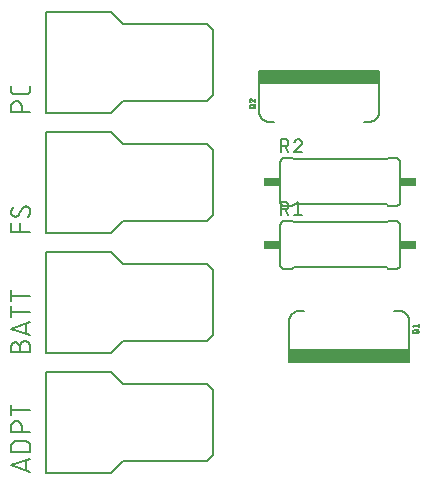
<source format=gbr>
G04 EAGLE Gerber RS-274X export*
G75*
%MOMM*%
%FSLAX34Y34*%
%LPD*%
%INSilkscreen Top*%
%IPPOS*%
%AMOC8*
5,1,8,0,0,1.08239X$1,22.5*%
G01*
%ADD10C,0.127000*%
%ADD11C,0.152400*%
%ADD12C,0.203200*%
%ADD13R,10.160000X1.016000*%
%ADD14R,1.397000X0.762000*%


D10*
X287020Y198120D02*
X342020Y198120D01*
X428020Y213120D02*
X428020Y268120D01*
X287020Y283120D02*
X287020Y198120D01*
X342020Y198120D02*
X352020Y208120D01*
X423020Y208120D01*
X342020Y283120D02*
X287020Y283120D01*
X342020Y283120D02*
X352020Y273120D01*
X423020Y273120D01*
X428020Y268120D01*
X428020Y213120D02*
X423020Y208120D01*
D11*
X273558Y198882D02*
X257302Y204301D01*
X273558Y209719D01*
X269494Y208365D02*
X269494Y200237D01*
X273558Y215937D02*
X257302Y215937D01*
X257302Y220453D01*
X257304Y220584D01*
X257310Y220716D01*
X257319Y220847D01*
X257333Y220977D01*
X257350Y221108D01*
X257371Y221237D01*
X257395Y221366D01*
X257424Y221494D01*
X257456Y221622D01*
X257492Y221748D01*
X257531Y221873D01*
X257574Y221998D01*
X257621Y222120D01*
X257671Y222242D01*
X257725Y222362D01*
X257782Y222480D01*
X257843Y222596D01*
X257907Y222711D01*
X257974Y222824D01*
X258045Y222935D01*
X258119Y223043D01*
X258196Y223150D01*
X258276Y223254D01*
X258359Y223356D01*
X258444Y223455D01*
X258533Y223552D01*
X258625Y223646D01*
X258719Y223738D01*
X258816Y223827D01*
X258915Y223912D01*
X259017Y223995D01*
X259121Y224075D01*
X259228Y224152D01*
X259336Y224226D01*
X259447Y224297D01*
X259560Y224364D01*
X259675Y224428D01*
X259791Y224489D01*
X259909Y224546D01*
X260029Y224600D01*
X260151Y224650D01*
X260273Y224697D01*
X260398Y224740D01*
X260523Y224779D01*
X260649Y224815D01*
X260777Y224847D01*
X260905Y224876D01*
X261034Y224900D01*
X261163Y224921D01*
X261294Y224938D01*
X261424Y224952D01*
X261555Y224961D01*
X261687Y224967D01*
X261818Y224969D01*
X269042Y224969D01*
X269173Y224967D01*
X269305Y224961D01*
X269436Y224952D01*
X269566Y224938D01*
X269697Y224921D01*
X269826Y224900D01*
X269955Y224876D01*
X270083Y224847D01*
X270211Y224815D01*
X270337Y224779D01*
X270462Y224740D01*
X270587Y224697D01*
X270709Y224650D01*
X270831Y224600D01*
X270951Y224546D01*
X271069Y224489D01*
X271185Y224428D01*
X271300Y224364D01*
X271413Y224297D01*
X271524Y224226D01*
X271632Y224152D01*
X271739Y224075D01*
X271843Y223995D01*
X271945Y223912D01*
X272044Y223827D01*
X272141Y223738D01*
X272235Y223646D01*
X272327Y223552D01*
X272416Y223455D01*
X272501Y223356D01*
X272584Y223254D01*
X272664Y223150D01*
X272741Y223043D01*
X272815Y222935D01*
X272886Y222824D01*
X272953Y222711D01*
X273017Y222596D01*
X273078Y222480D01*
X273135Y222362D01*
X273189Y222242D01*
X273239Y222120D01*
X273286Y221998D01*
X273329Y221873D01*
X273368Y221748D01*
X273404Y221622D01*
X273436Y221494D01*
X273465Y221366D01*
X273489Y221237D01*
X273510Y221107D01*
X273527Y220977D01*
X273541Y220847D01*
X273550Y220716D01*
X273556Y220584D01*
X273558Y220453D01*
X273558Y215937D01*
X273558Y232822D02*
X257302Y232822D01*
X257302Y237337D01*
X257304Y237470D01*
X257310Y237602D01*
X257320Y237734D01*
X257333Y237866D01*
X257351Y237998D01*
X257372Y238128D01*
X257397Y238259D01*
X257426Y238388D01*
X257459Y238516D01*
X257495Y238644D01*
X257535Y238770D01*
X257579Y238895D01*
X257627Y239019D01*
X257678Y239141D01*
X257733Y239262D01*
X257791Y239381D01*
X257853Y239499D01*
X257918Y239614D01*
X257987Y239728D01*
X258058Y239839D01*
X258134Y239948D01*
X258212Y240055D01*
X258293Y240160D01*
X258378Y240262D01*
X258465Y240362D01*
X258555Y240459D01*
X258648Y240554D01*
X258744Y240645D01*
X258842Y240734D01*
X258943Y240820D01*
X259047Y240903D01*
X259153Y240983D01*
X259261Y241059D01*
X259371Y241133D01*
X259484Y241203D01*
X259598Y241270D01*
X259715Y241333D01*
X259833Y241393D01*
X259953Y241450D01*
X260075Y241503D01*
X260198Y241552D01*
X260322Y241598D01*
X260448Y241640D01*
X260575Y241678D01*
X260703Y241713D01*
X260832Y241744D01*
X260961Y241771D01*
X261092Y241794D01*
X261223Y241814D01*
X261355Y241829D01*
X261487Y241841D01*
X261619Y241849D01*
X261752Y241853D01*
X261884Y241853D01*
X262017Y241849D01*
X262149Y241841D01*
X262281Y241829D01*
X262413Y241814D01*
X262544Y241794D01*
X262675Y241771D01*
X262804Y241744D01*
X262933Y241713D01*
X263061Y241678D01*
X263188Y241640D01*
X263314Y241598D01*
X263438Y241552D01*
X263561Y241503D01*
X263683Y241450D01*
X263803Y241393D01*
X263921Y241333D01*
X264038Y241270D01*
X264152Y241203D01*
X264265Y241133D01*
X264375Y241059D01*
X264483Y240983D01*
X264589Y240903D01*
X264693Y240820D01*
X264794Y240734D01*
X264892Y240645D01*
X264988Y240554D01*
X265081Y240459D01*
X265171Y240362D01*
X265258Y240262D01*
X265343Y240160D01*
X265424Y240055D01*
X265502Y239948D01*
X265578Y239839D01*
X265649Y239728D01*
X265718Y239614D01*
X265783Y239499D01*
X265845Y239381D01*
X265903Y239262D01*
X265958Y239141D01*
X266009Y239019D01*
X266057Y238895D01*
X266101Y238770D01*
X266141Y238644D01*
X266177Y238516D01*
X266210Y238388D01*
X266239Y238259D01*
X266264Y238128D01*
X266285Y237998D01*
X266303Y237866D01*
X266316Y237734D01*
X266326Y237602D01*
X266332Y237470D01*
X266334Y237337D01*
X266333Y237337D02*
X266333Y232822D01*
X273558Y251194D02*
X257302Y251194D01*
X257302Y246679D02*
X257302Y255710D01*
D10*
X287020Y299720D02*
X342020Y299720D01*
X428020Y314720D02*
X428020Y369720D01*
X287020Y384720D02*
X287020Y299720D01*
X342020Y299720D02*
X352020Y309720D01*
X423020Y309720D01*
X342020Y384720D02*
X287020Y384720D01*
X342020Y384720D02*
X352020Y374720D01*
X423020Y374720D01*
X428020Y369720D01*
X428020Y314720D02*
X423020Y309720D01*
D11*
X264527Y304998D02*
X264527Y300482D01*
X264526Y304998D02*
X264528Y305131D01*
X264534Y305263D01*
X264544Y305395D01*
X264557Y305527D01*
X264575Y305659D01*
X264596Y305789D01*
X264621Y305920D01*
X264650Y306049D01*
X264683Y306177D01*
X264719Y306305D01*
X264759Y306431D01*
X264803Y306556D01*
X264851Y306680D01*
X264902Y306802D01*
X264957Y306923D01*
X265015Y307042D01*
X265077Y307160D01*
X265142Y307275D01*
X265211Y307389D01*
X265282Y307500D01*
X265358Y307609D01*
X265436Y307716D01*
X265517Y307821D01*
X265602Y307923D01*
X265689Y308023D01*
X265779Y308120D01*
X265872Y308215D01*
X265968Y308306D01*
X266066Y308395D01*
X266167Y308481D01*
X266271Y308564D01*
X266377Y308644D01*
X266485Y308720D01*
X266595Y308794D01*
X266708Y308864D01*
X266822Y308931D01*
X266939Y308994D01*
X267057Y309054D01*
X267177Y309111D01*
X267299Y309164D01*
X267422Y309213D01*
X267546Y309259D01*
X267672Y309301D01*
X267799Y309339D01*
X267927Y309374D01*
X268056Y309405D01*
X268185Y309432D01*
X268316Y309455D01*
X268447Y309475D01*
X268579Y309490D01*
X268711Y309502D01*
X268843Y309510D01*
X268976Y309514D01*
X269108Y309514D01*
X269241Y309510D01*
X269373Y309502D01*
X269505Y309490D01*
X269637Y309475D01*
X269768Y309455D01*
X269899Y309432D01*
X270028Y309405D01*
X270157Y309374D01*
X270285Y309339D01*
X270412Y309301D01*
X270538Y309259D01*
X270662Y309213D01*
X270785Y309164D01*
X270907Y309111D01*
X271027Y309054D01*
X271145Y308994D01*
X271262Y308931D01*
X271376Y308864D01*
X271489Y308794D01*
X271599Y308720D01*
X271707Y308644D01*
X271813Y308564D01*
X271917Y308481D01*
X272018Y308395D01*
X272116Y308306D01*
X272212Y308215D01*
X272305Y308120D01*
X272395Y308023D01*
X272482Y307923D01*
X272567Y307821D01*
X272648Y307716D01*
X272726Y307609D01*
X272802Y307500D01*
X272873Y307389D01*
X272942Y307275D01*
X273007Y307160D01*
X273069Y307042D01*
X273127Y306923D01*
X273182Y306802D01*
X273233Y306680D01*
X273281Y306556D01*
X273325Y306431D01*
X273365Y306305D01*
X273401Y306177D01*
X273434Y306049D01*
X273463Y305920D01*
X273488Y305789D01*
X273509Y305659D01*
X273527Y305527D01*
X273540Y305395D01*
X273550Y305263D01*
X273556Y305131D01*
X273558Y304998D01*
X273558Y300482D01*
X257302Y300482D01*
X257302Y304998D01*
X257304Y305117D01*
X257310Y305237D01*
X257320Y305356D01*
X257334Y305474D01*
X257351Y305593D01*
X257373Y305710D01*
X257398Y305827D01*
X257428Y305942D01*
X257461Y306057D01*
X257498Y306171D01*
X257538Y306283D01*
X257583Y306394D01*
X257631Y306503D01*
X257682Y306611D01*
X257737Y306717D01*
X257796Y306821D01*
X257858Y306923D01*
X257923Y307023D01*
X257992Y307121D01*
X258064Y307217D01*
X258139Y307310D01*
X258216Y307400D01*
X258297Y307488D01*
X258381Y307573D01*
X258468Y307655D01*
X258557Y307735D01*
X258649Y307811D01*
X258743Y307885D01*
X258840Y307955D01*
X258938Y308022D01*
X259039Y308086D01*
X259143Y308146D01*
X259248Y308203D01*
X259355Y308256D01*
X259463Y308306D01*
X259573Y308352D01*
X259685Y308394D01*
X259798Y308433D01*
X259912Y308468D01*
X260027Y308499D01*
X260144Y308527D01*
X260261Y308550D01*
X260378Y308570D01*
X260497Y308586D01*
X260616Y308598D01*
X260735Y308606D01*
X260854Y308610D01*
X260974Y308610D01*
X261093Y308606D01*
X261212Y308598D01*
X261331Y308586D01*
X261450Y308570D01*
X261567Y308550D01*
X261684Y308527D01*
X261801Y308499D01*
X261916Y308468D01*
X262030Y308433D01*
X262143Y308394D01*
X262255Y308352D01*
X262365Y308306D01*
X262473Y308256D01*
X262580Y308203D01*
X262685Y308146D01*
X262789Y308086D01*
X262890Y308022D01*
X262988Y307955D01*
X263085Y307885D01*
X263179Y307811D01*
X263271Y307735D01*
X263360Y307655D01*
X263447Y307573D01*
X263531Y307488D01*
X263612Y307400D01*
X263689Y307310D01*
X263764Y307217D01*
X263836Y307121D01*
X263905Y307023D01*
X263970Y306923D01*
X264032Y306821D01*
X264091Y306717D01*
X264146Y306611D01*
X264197Y306503D01*
X264245Y306394D01*
X264290Y306283D01*
X264330Y306171D01*
X264367Y306057D01*
X264400Y305942D01*
X264430Y305827D01*
X264455Y305710D01*
X264477Y305593D01*
X264494Y305474D01*
X264508Y305356D01*
X264518Y305237D01*
X264524Y305117D01*
X264526Y304998D01*
X273558Y314478D02*
X257302Y319897D01*
X273558Y325315D01*
X269494Y323961D02*
X269494Y315833D01*
X273558Y334486D02*
X257302Y334486D01*
X257302Y329970D02*
X257302Y339002D01*
X257302Y348033D02*
X273558Y348033D01*
X257302Y343518D02*
X257302Y352549D01*
D10*
X287020Y401320D02*
X342020Y401320D01*
X428020Y416320D02*
X428020Y471320D01*
X287020Y486320D02*
X287020Y401320D01*
X342020Y401320D02*
X352020Y411320D01*
X423020Y411320D01*
X342020Y486320D02*
X287020Y486320D01*
X342020Y486320D02*
X352020Y476320D01*
X423020Y476320D01*
X428020Y471320D01*
X428020Y416320D02*
X423020Y411320D01*
D11*
X273558Y402082D02*
X257302Y402082D01*
X257302Y409307D01*
X264527Y409307D02*
X264527Y402082D01*
X273558Y419976D02*
X273556Y420094D01*
X273550Y420212D01*
X273541Y420330D01*
X273527Y420447D01*
X273510Y420564D01*
X273489Y420681D01*
X273464Y420796D01*
X273435Y420911D01*
X273402Y421025D01*
X273366Y421137D01*
X273326Y421248D01*
X273283Y421358D01*
X273236Y421467D01*
X273186Y421574D01*
X273131Y421679D01*
X273074Y421782D01*
X273013Y421883D01*
X272949Y421983D01*
X272882Y422080D01*
X272812Y422175D01*
X272738Y422267D01*
X272662Y422358D01*
X272582Y422445D01*
X272500Y422530D01*
X272415Y422612D01*
X272328Y422692D01*
X272237Y422768D01*
X272145Y422842D01*
X272050Y422912D01*
X271953Y422979D01*
X271853Y423043D01*
X271752Y423104D01*
X271649Y423161D01*
X271544Y423216D01*
X271437Y423266D01*
X271328Y423313D01*
X271218Y423356D01*
X271107Y423396D01*
X270995Y423432D01*
X270881Y423465D01*
X270766Y423494D01*
X270651Y423519D01*
X270534Y423540D01*
X270417Y423557D01*
X270300Y423571D01*
X270182Y423580D01*
X270064Y423586D01*
X269946Y423588D01*
X273558Y419976D02*
X273556Y419793D01*
X273549Y419611D01*
X273538Y419429D01*
X273523Y419247D01*
X273503Y419065D01*
X273480Y418884D01*
X273451Y418704D01*
X273419Y418524D01*
X273382Y418345D01*
X273341Y418168D01*
X273295Y417991D01*
X273246Y417815D01*
X273192Y417641D01*
X273134Y417467D01*
X273072Y417296D01*
X273006Y417126D01*
X272935Y416957D01*
X272861Y416790D01*
X272783Y416625D01*
X272701Y416462D01*
X272615Y416301D01*
X272525Y416142D01*
X272431Y415985D01*
X272334Y415831D01*
X272233Y415679D01*
X272128Y415529D01*
X272020Y415382D01*
X271909Y415238D01*
X271794Y415096D01*
X271675Y414957D01*
X271553Y414821D01*
X271428Y414688D01*
X271300Y414558D01*
X260914Y415009D02*
X260796Y415011D01*
X260678Y415017D01*
X260560Y415026D01*
X260443Y415040D01*
X260326Y415057D01*
X260209Y415078D01*
X260094Y415103D01*
X259979Y415132D01*
X259865Y415165D01*
X259753Y415201D01*
X259642Y415241D01*
X259532Y415284D01*
X259423Y415331D01*
X259316Y415381D01*
X259211Y415436D01*
X259108Y415493D01*
X259007Y415554D01*
X258907Y415618D01*
X258810Y415685D01*
X258715Y415755D01*
X258623Y415829D01*
X258532Y415905D01*
X258445Y415985D01*
X258360Y416067D01*
X258278Y416152D01*
X258198Y416239D01*
X258122Y416330D01*
X258048Y416422D01*
X257978Y416517D01*
X257911Y416614D01*
X257847Y416714D01*
X257786Y416815D01*
X257729Y416918D01*
X257674Y417023D01*
X257624Y417130D01*
X257577Y417239D01*
X257534Y417349D01*
X257494Y417460D01*
X257458Y417572D01*
X257425Y417686D01*
X257396Y417801D01*
X257371Y417916D01*
X257350Y418033D01*
X257333Y418150D01*
X257319Y418267D01*
X257310Y418385D01*
X257304Y418503D01*
X257302Y418621D01*
X257304Y418782D01*
X257310Y418944D01*
X257319Y419105D01*
X257333Y419266D01*
X257350Y419426D01*
X257371Y419586D01*
X257396Y419746D01*
X257425Y419905D01*
X257457Y420063D01*
X257493Y420220D01*
X257533Y420376D01*
X257577Y420532D01*
X257625Y420686D01*
X257676Y420839D01*
X257730Y420991D01*
X257789Y421142D01*
X257850Y421291D01*
X257916Y421438D01*
X257985Y421584D01*
X258057Y421729D01*
X258133Y421871D01*
X258212Y422012D01*
X258294Y422151D01*
X258380Y422287D01*
X258469Y422422D01*
X258561Y422555D01*
X258657Y422685D01*
X264075Y416815D02*
X264013Y416714D01*
X263948Y416614D01*
X263879Y416517D01*
X263807Y416422D01*
X263733Y416329D01*
X263655Y416239D01*
X263574Y416151D01*
X263491Y416066D01*
X263405Y415984D01*
X263316Y415905D01*
X263225Y415828D01*
X263131Y415755D01*
X263035Y415684D01*
X262937Y415617D01*
X262837Y415553D01*
X262734Y415492D01*
X262630Y415435D01*
X262524Y415381D01*
X262416Y415331D01*
X262307Y415284D01*
X262196Y415240D01*
X262084Y415200D01*
X261970Y415164D01*
X261856Y415132D01*
X261740Y415103D01*
X261624Y415078D01*
X261507Y415057D01*
X261389Y415040D01*
X261271Y415026D01*
X261152Y415017D01*
X261033Y415011D01*
X260914Y415009D01*
X266785Y421782D02*
X266847Y421883D01*
X266912Y421983D01*
X266981Y422080D01*
X267053Y422175D01*
X267127Y422268D01*
X267205Y422358D01*
X267286Y422446D01*
X267369Y422531D01*
X267455Y422613D01*
X267544Y422692D01*
X267635Y422769D01*
X267729Y422842D01*
X267825Y422913D01*
X267923Y422980D01*
X268023Y423044D01*
X268126Y423105D01*
X268230Y423162D01*
X268336Y423216D01*
X268444Y423266D01*
X268553Y423313D01*
X268664Y423357D01*
X268776Y423397D01*
X268890Y423433D01*
X269004Y423465D01*
X269120Y423494D01*
X269236Y423519D01*
X269353Y423540D01*
X269471Y423557D01*
X269589Y423571D01*
X269708Y423580D01*
X269827Y423586D01*
X269946Y423588D01*
X266785Y421782D02*
X264075Y416815D01*
D10*
X287020Y502920D02*
X342020Y502920D01*
X428020Y517920D02*
X428020Y572920D01*
X287020Y587920D02*
X287020Y502920D01*
X342020Y502920D02*
X352020Y512920D01*
X423020Y512920D01*
X342020Y587920D02*
X287020Y587920D01*
X342020Y587920D02*
X352020Y577920D01*
X423020Y577920D01*
X428020Y572920D01*
X428020Y517920D02*
X423020Y512920D01*
D11*
X273558Y503682D02*
X257302Y503682D01*
X257302Y508198D01*
X257304Y508331D01*
X257310Y508463D01*
X257320Y508595D01*
X257333Y508727D01*
X257351Y508859D01*
X257372Y508989D01*
X257397Y509120D01*
X257426Y509249D01*
X257459Y509377D01*
X257495Y509505D01*
X257535Y509631D01*
X257579Y509756D01*
X257627Y509880D01*
X257678Y510002D01*
X257733Y510123D01*
X257791Y510242D01*
X257853Y510360D01*
X257918Y510475D01*
X257987Y510589D01*
X258058Y510700D01*
X258134Y510809D01*
X258212Y510916D01*
X258293Y511021D01*
X258378Y511123D01*
X258465Y511223D01*
X258555Y511320D01*
X258648Y511415D01*
X258744Y511506D01*
X258842Y511595D01*
X258943Y511681D01*
X259047Y511764D01*
X259153Y511844D01*
X259261Y511920D01*
X259371Y511994D01*
X259484Y512064D01*
X259598Y512131D01*
X259715Y512194D01*
X259833Y512254D01*
X259953Y512311D01*
X260075Y512364D01*
X260198Y512413D01*
X260322Y512459D01*
X260448Y512501D01*
X260575Y512539D01*
X260703Y512574D01*
X260832Y512605D01*
X260961Y512632D01*
X261092Y512655D01*
X261223Y512675D01*
X261355Y512690D01*
X261487Y512702D01*
X261619Y512710D01*
X261752Y512714D01*
X261884Y512714D01*
X262017Y512710D01*
X262149Y512702D01*
X262281Y512690D01*
X262413Y512675D01*
X262544Y512655D01*
X262675Y512632D01*
X262804Y512605D01*
X262933Y512574D01*
X263061Y512539D01*
X263188Y512501D01*
X263314Y512459D01*
X263438Y512413D01*
X263561Y512364D01*
X263683Y512311D01*
X263803Y512254D01*
X263921Y512194D01*
X264038Y512131D01*
X264152Y512064D01*
X264265Y511994D01*
X264375Y511920D01*
X264483Y511844D01*
X264589Y511764D01*
X264693Y511681D01*
X264794Y511595D01*
X264892Y511506D01*
X264988Y511415D01*
X265081Y511320D01*
X265171Y511223D01*
X265258Y511123D01*
X265343Y511021D01*
X265424Y510916D01*
X265502Y510809D01*
X265578Y510700D01*
X265649Y510589D01*
X265718Y510475D01*
X265783Y510360D01*
X265845Y510242D01*
X265903Y510123D01*
X265958Y510002D01*
X266009Y509880D01*
X266057Y509756D01*
X266101Y509631D01*
X266141Y509505D01*
X266177Y509377D01*
X266210Y509249D01*
X266239Y509120D01*
X266264Y508989D01*
X266285Y508859D01*
X266303Y508727D01*
X266316Y508595D01*
X266326Y508463D01*
X266332Y508331D01*
X266334Y508198D01*
X266333Y508198D02*
X266333Y503682D01*
X273558Y522154D02*
X273558Y525767D01*
X273558Y522154D02*
X273556Y522036D01*
X273550Y521918D01*
X273541Y521800D01*
X273527Y521683D01*
X273510Y521566D01*
X273489Y521449D01*
X273464Y521334D01*
X273435Y521219D01*
X273402Y521105D01*
X273366Y520993D01*
X273326Y520882D01*
X273283Y520772D01*
X273236Y520663D01*
X273186Y520556D01*
X273131Y520451D01*
X273074Y520348D01*
X273013Y520247D01*
X272949Y520147D01*
X272882Y520050D01*
X272812Y519955D01*
X272738Y519863D01*
X272662Y519772D01*
X272582Y519685D01*
X272500Y519600D01*
X272415Y519518D01*
X272328Y519438D01*
X272237Y519362D01*
X272145Y519288D01*
X272050Y519218D01*
X271953Y519151D01*
X271853Y519087D01*
X271752Y519026D01*
X271649Y518969D01*
X271544Y518914D01*
X271437Y518864D01*
X271328Y518817D01*
X271218Y518774D01*
X271107Y518734D01*
X270995Y518698D01*
X270881Y518665D01*
X270766Y518636D01*
X270651Y518611D01*
X270534Y518590D01*
X270417Y518573D01*
X270300Y518559D01*
X270182Y518550D01*
X270064Y518544D01*
X269946Y518542D01*
X260914Y518542D01*
X260914Y518541D02*
X260796Y518543D01*
X260678Y518549D01*
X260560Y518558D01*
X260442Y518572D01*
X260325Y518589D01*
X260209Y518610D01*
X260094Y518635D01*
X259979Y518664D01*
X259865Y518697D01*
X259753Y518733D01*
X259641Y518773D01*
X259531Y518816D01*
X259423Y518863D01*
X259316Y518914D01*
X259211Y518968D01*
X259108Y519025D01*
X259006Y519086D01*
X258907Y519150D01*
X258810Y519217D01*
X258715Y519288D01*
X258622Y519361D01*
X258532Y519438D01*
X258444Y519517D01*
X258359Y519599D01*
X258277Y519684D01*
X258198Y519772D01*
X258121Y519862D01*
X258048Y519955D01*
X257977Y520049D01*
X257910Y520147D01*
X257846Y520246D01*
X257785Y520347D01*
X257728Y520451D01*
X257674Y520556D01*
X257623Y520663D01*
X257576Y520771D01*
X257533Y520881D01*
X257493Y520993D01*
X257457Y521105D01*
X257424Y521219D01*
X257395Y521334D01*
X257370Y521449D01*
X257349Y521565D01*
X257332Y521682D01*
X257318Y521800D01*
X257309Y521918D01*
X257303Y522036D01*
X257301Y522154D01*
X257302Y522154D02*
X257302Y525767D01*
D12*
X594360Y326390D02*
X594360Y302260D01*
X492760Y302260D02*
X492760Y326390D01*
X492760Y302260D02*
X594360Y302260D01*
X594360Y292100D01*
X492760Y292100D01*
X492760Y302260D01*
X585470Y335280D02*
X585683Y335283D01*
X585896Y335280D01*
X586109Y335272D01*
X586322Y335259D01*
X586534Y335241D01*
X586745Y335218D01*
X586957Y335189D01*
X587167Y335155D01*
X587376Y335116D01*
X587585Y335072D01*
X587792Y335023D01*
X587998Y334968D01*
X588203Y334909D01*
X588406Y334845D01*
X588607Y334775D01*
X588807Y334701D01*
X589005Y334622D01*
X589200Y334538D01*
X589394Y334449D01*
X589585Y334356D01*
X589775Y334258D01*
X589961Y334155D01*
X590145Y334048D01*
X590327Y333936D01*
X590505Y333820D01*
X590681Y333699D01*
X590853Y333575D01*
X591023Y333446D01*
X591189Y333312D01*
X591352Y333175D01*
X591512Y333034D01*
X591668Y332889D01*
X591820Y332740D01*
X591969Y332588D01*
X592114Y332432D01*
X592255Y332272D01*
X592392Y332109D01*
X592526Y331943D01*
X592655Y331773D01*
X592779Y331601D01*
X592900Y331425D01*
X593016Y331247D01*
X593128Y331065D01*
X593235Y330881D01*
X593338Y330695D01*
X593436Y330505D01*
X593529Y330314D01*
X593618Y330120D01*
X593702Y329925D01*
X593781Y329727D01*
X593855Y329527D01*
X593925Y329326D01*
X593989Y329123D01*
X594048Y328918D01*
X594103Y328712D01*
X594152Y328505D01*
X594196Y328296D01*
X594235Y328087D01*
X594269Y327877D01*
X594298Y327665D01*
X594321Y327454D01*
X594339Y327242D01*
X594352Y327029D01*
X594360Y326816D01*
X594363Y326603D01*
X594360Y326390D01*
X501650Y335280D02*
X501437Y335283D01*
X501224Y335280D01*
X501011Y335272D01*
X500798Y335259D01*
X500586Y335241D01*
X500375Y335218D01*
X500163Y335189D01*
X499953Y335155D01*
X499744Y335116D01*
X499535Y335072D01*
X499328Y335023D01*
X499122Y334968D01*
X498917Y334909D01*
X498714Y334845D01*
X498513Y334775D01*
X498313Y334701D01*
X498115Y334622D01*
X497920Y334538D01*
X497726Y334449D01*
X497535Y334356D01*
X497345Y334258D01*
X497159Y334155D01*
X496975Y334048D01*
X496793Y333936D01*
X496615Y333820D01*
X496439Y333699D01*
X496267Y333575D01*
X496097Y333446D01*
X495931Y333312D01*
X495768Y333175D01*
X495608Y333034D01*
X495452Y332889D01*
X495300Y332740D01*
X495151Y332588D01*
X495006Y332432D01*
X494865Y332272D01*
X494728Y332109D01*
X494594Y331943D01*
X494465Y331773D01*
X494341Y331601D01*
X494220Y331425D01*
X494104Y331247D01*
X493992Y331065D01*
X493885Y330881D01*
X493782Y330695D01*
X493684Y330505D01*
X493591Y330314D01*
X493502Y330120D01*
X493418Y329925D01*
X493339Y329727D01*
X493265Y329527D01*
X493195Y329326D01*
X493131Y329123D01*
X493072Y328918D01*
X493017Y328712D01*
X492968Y328505D01*
X492924Y328296D01*
X492885Y328087D01*
X492851Y327877D01*
X492822Y327665D01*
X492799Y327454D01*
X492781Y327242D01*
X492768Y327029D01*
X492760Y326816D01*
X492757Y326603D01*
X492760Y326390D01*
X581660Y335280D02*
X585470Y335280D01*
X505460Y335280D02*
X501650Y335280D01*
D13*
X543560Y297180D03*
D10*
X598876Y316153D02*
X601020Y316153D01*
X598876Y316153D02*
X598805Y316155D01*
X598733Y316161D01*
X598663Y316170D01*
X598593Y316183D01*
X598523Y316200D01*
X598455Y316221D01*
X598388Y316245D01*
X598322Y316273D01*
X598258Y316304D01*
X598195Y316339D01*
X598135Y316377D01*
X598076Y316418D01*
X598020Y316462D01*
X597966Y316509D01*
X597915Y316558D01*
X597867Y316611D01*
X597821Y316666D01*
X597779Y316723D01*
X597739Y316783D01*
X597703Y316844D01*
X597670Y316908D01*
X597641Y316973D01*
X597615Y317039D01*
X597592Y317107D01*
X597573Y317176D01*
X597558Y317246D01*
X597547Y317316D01*
X597539Y317387D01*
X597535Y317458D01*
X597535Y317530D01*
X597539Y317601D01*
X597547Y317672D01*
X597558Y317742D01*
X597573Y317812D01*
X597592Y317881D01*
X597615Y317949D01*
X597641Y318015D01*
X597670Y318080D01*
X597703Y318144D01*
X597739Y318205D01*
X597779Y318265D01*
X597821Y318322D01*
X597867Y318377D01*
X597915Y318430D01*
X597966Y318479D01*
X598020Y318526D01*
X598076Y318570D01*
X598135Y318611D01*
X598195Y318649D01*
X598258Y318684D01*
X598322Y318715D01*
X598388Y318743D01*
X598455Y318767D01*
X598523Y318788D01*
X598593Y318805D01*
X598663Y318818D01*
X598733Y318827D01*
X598805Y318833D01*
X598876Y318835D01*
X598876Y318834D02*
X601020Y318834D01*
X601020Y318835D02*
X601091Y318833D01*
X601163Y318827D01*
X601233Y318818D01*
X601303Y318805D01*
X601373Y318788D01*
X601441Y318767D01*
X601508Y318743D01*
X601574Y318715D01*
X601638Y318684D01*
X601701Y318649D01*
X601761Y318611D01*
X601820Y318570D01*
X601876Y318526D01*
X601930Y318479D01*
X601981Y318430D01*
X602029Y318377D01*
X602075Y318322D01*
X602117Y318265D01*
X602157Y318205D01*
X602193Y318144D01*
X602226Y318080D01*
X602255Y318015D01*
X602281Y317949D01*
X602304Y317881D01*
X602323Y317812D01*
X602338Y317742D01*
X602349Y317672D01*
X602357Y317601D01*
X602361Y317530D01*
X602361Y317458D01*
X602357Y317387D01*
X602349Y317316D01*
X602338Y317246D01*
X602323Y317176D01*
X602304Y317107D01*
X602281Y317039D01*
X602255Y316973D01*
X602226Y316908D01*
X602193Y316844D01*
X602157Y316783D01*
X602117Y316723D01*
X602075Y316666D01*
X602029Y316611D01*
X601981Y316558D01*
X601930Y316509D01*
X601876Y316462D01*
X601820Y316418D01*
X601761Y316377D01*
X601701Y316339D01*
X601638Y316304D01*
X601574Y316273D01*
X601508Y316245D01*
X601441Y316221D01*
X601373Y316200D01*
X601303Y316183D01*
X601233Y316170D01*
X601163Y316161D01*
X601091Y316155D01*
X601020Y316153D01*
X601289Y318298D02*
X602361Y319371D01*
X598607Y321246D02*
X597535Y322586D01*
X602361Y322586D01*
X602361Y321246D02*
X602361Y323927D01*
D12*
X467360Y504190D02*
X467360Y528320D01*
X568960Y528320D02*
X568960Y504190D01*
X568960Y528320D02*
X467360Y528320D01*
X467360Y538480D01*
X568960Y538480D01*
X568960Y528320D01*
X476250Y495300D02*
X476037Y495297D01*
X475824Y495300D01*
X475611Y495308D01*
X475398Y495321D01*
X475186Y495339D01*
X474975Y495362D01*
X474763Y495391D01*
X474553Y495425D01*
X474344Y495464D01*
X474135Y495508D01*
X473928Y495557D01*
X473722Y495612D01*
X473517Y495671D01*
X473314Y495735D01*
X473113Y495805D01*
X472913Y495879D01*
X472715Y495958D01*
X472520Y496042D01*
X472326Y496131D01*
X472135Y496224D01*
X471945Y496322D01*
X471759Y496425D01*
X471575Y496532D01*
X471393Y496644D01*
X471215Y496760D01*
X471039Y496881D01*
X470867Y497005D01*
X470697Y497134D01*
X470531Y497268D01*
X470368Y497405D01*
X470208Y497546D01*
X470052Y497691D01*
X469900Y497840D01*
X469751Y497992D01*
X469606Y498148D01*
X469465Y498308D01*
X469328Y498471D01*
X469194Y498637D01*
X469065Y498807D01*
X468941Y498979D01*
X468820Y499155D01*
X468704Y499333D01*
X468592Y499515D01*
X468485Y499699D01*
X468382Y499885D01*
X468284Y500075D01*
X468191Y500266D01*
X468102Y500460D01*
X468018Y500655D01*
X467939Y500853D01*
X467865Y501053D01*
X467795Y501254D01*
X467731Y501457D01*
X467672Y501662D01*
X467617Y501868D01*
X467568Y502075D01*
X467524Y502284D01*
X467485Y502493D01*
X467451Y502703D01*
X467422Y502915D01*
X467399Y503126D01*
X467381Y503338D01*
X467368Y503551D01*
X467360Y503764D01*
X467357Y503977D01*
X467360Y504190D01*
X560070Y495300D02*
X560283Y495297D01*
X560496Y495300D01*
X560709Y495308D01*
X560922Y495321D01*
X561134Y495339D01*
X561345Y495362D01*
X561557Y495391D01*
X561767Y495425D01*
X561976Y495464D01*
X562185Y495508D01*
X562392Y495557D01*
X562598Y495612D01*
X562803Y495671D01*
X563006Y495735D01*
X563207Y495805D01*
X563407Y495879D01*
X563605Y495958D01*
X563800Y496042D01*
X563994Y496131D01*
X564185Y496224D01*
X564375Y496322D01*
X564561Y496425D01*
X564745Y496532D01*
X564927Y496644D01*
X565105Y496760D01*
X565281Y496881D01*
X565453Y497005D01*
X565623Y497134D01*
X565789Y497268D01*
X565952Y497405D01*
X566112Y497546D01*
X566268Y497691D01*
X566420Y497840D01*
X566569Y497992D01*
X566714Y498148D01*
X566855Y498308D01*
X566992Y498471D01*
X567126Y498637D01*
X567255Y498807D01*
X567379Y498979D01*
X567500Y499155D01*
X567616Y499333D01*
X567728Y499515D01*
X567835Y499699D01*
X567938Y499885D01*
X568036Y500075D01*
X568129Y500266D01*
X568218Y500460D01*
X568302Y500655D01*
X568381Y500853D01*
X568455Y501053D01*
X568525Y501254D01*
X568589Y501457D01*
X568648Y501662D01*
X568703Y501868D01*
X568752Y502075D01*
X568796Y502284D01*
X568835Y502493D01*
X568869Y502703D01*
X568898Y502915D01*
X568921Y503126D01*
X568939Y503338D01*
X568952Y503551D01*
X568960Y503764D01*
X568963Y503977D01*
X568960Y504190D01*
X480060Y495300D02*
X476250Y495300D01*
X556260Y495300D02*
X560070Y495300D01*
D13*
X518160Y533400D03*
D10*
X462844Y506653D02*
X460700Y506653D01*
X460629Y506655D01*
X460557Y506661D01*
X460487Y506670D01*
X460417Y506683D01*
X460347Y506700D01*
X460279Y506721D01*
X460212Y506745D01*
X460146Y506773D01*
X460082Y506804D01*
X460019Y506839D01*
X459959Y506877D01*
X459900Y506918D01*
X459844Y506962D01*
X459790Y507009D01*
X459739Y507058D01*
X459691Y507111D01*
X459645Y507166D01*
X459603Y507223D01*
X459563Y507283D01*
X459527Y507344D01*
X459494Y507408D01*
X459465Y507473D01*
X459439Y507539D01*
X459416Y507607D01*
X459397Y507676D01*
X459382Y507746D01*
X459371Y507816D01*
X459363Y507887D01*
X459359Y507958D01*
X459359Y508030D01*
X459363Y508101D01*
X459371Y508172D01*
X459382Y508242D01*
X459397Y508312D01*
X459416Y508381D01*
X459439Y508449D01*
X459465Y508515D01*
X459494Y508580D01*
X459527Y508644D01*
X459563Y508705D01*
X459603Y508765D01*
X459645Y508822D01*
X459691Y508877D01*
X459739Y508930D01*
X459790Y508979D01*
X459844Y509026D01*
X459900Y509070D01*
X459959Y509111D01*
X460019Y509149D01*
X460082Y509184D01*
X460146Y509215D01*
X460212Y509243D01*
X460279Y509267D01*
X460347Y509288D01*
X460417Y509305D01*
X460487Y509318D01*
X460557Y509327D01*
X460629Y509333D01*
X460700Y509335D01*
X460700Y509334D02*
X462844Y509334D01*
X462844Y509335D02*
X462915Y509333D01*
X462987Y509327D01*
X463057Y509318D01*
X463127Y509305D01*
X463197Y509288D01*
X463265Y509267D01*
X463332Y509243D01*
X463398Y509215D01*
X463462Y509184D01*
X463525Y509149D01*
X463585Y509111D01*
X463644Y509070D01*
X463700Y509026D01*
X463754Y508979D01*
X463805Y508930D01*
X463853Y508877D01*
X463899Y508822D01*
X463941Y508765D01*
X463981Y508705D01*
X464017Y508644D01*
X464050Y508580D01*
X464079Y508515D01*
X464105Y508449D01*
X464128Y508381D01*
X464147Y508312D01*
X464162Y508242D01*
X464173Y508172D01*
X464181Y508101D01*
X464185Y508030D01*
X464185Y507958D01*
X464181Y507887D01*
X464173Y507816D01*
X464162Y507746D01*
X464147Y507676D01*
X464128Y507607D01*
X464105Y507539D01*
X464079Y507473D01*
X464050Y507408D01*
X464017Y507344D01*
X463981Y507283D01*
X463941Y507223D01*
X463899Y507166D01*
X463853Y507111D01*
X463805Y507058D01*
X463754Y507009D01*
X463700Y506962D01*
X463644Y506918D01*
X463585Y506877D01*
X463525Y506839D01*
X463462Y506804D01*
X463398Y506773D01*
X463332Y506745D01*
X463265Y506721D01*
X463197Y506700D01*
X463127Y506683D01*
X463057Y506670D01*
X462987Y506661D01*
X462915Y506655D01*
X462844Y506653D01*
X463113Y508798D02*
X464185Y509871D01*
X460566Y514427D02*
X460498Y514425D01*
X460431Y514419D01*
X460364Y514410D01*
X460297Y514397D01*
X460232Y514380D01*
X460167Y514359D01*
X460104Y514335D01*
X460042Y514307D01*
X459982Y514276D01*
X459924Y514242D01*
X459868Y514204D01*
X459813Y514164D01*
X459762Y514120D01*
X459713Y514073D01*
X459666Y514024D01*
X459622Y513973D01*
X459582Y513918D01*
X459544Y513862D01*
X459510Y513804D01*
X459479Y513744D01*
X459451Y513682D01*
X459427Y513619D01*
X459406Y513554D01*
X459389Y513489D01*
X459376Y513422D01*
X459367Y513355D01*
X459361Y513288D01*
X459359Y513220D01*
X459361Y513142D01*
X459367Y513064D01*
X459377Y512987D01*
X459390Y512910D01*
X459408Y512834D01*
X459429Y512759D01*
X459454Y512685D01*
X459483Y512613D01*
X459515Y512542D01*
X459551Y512473D01*
X459590Y512405D01*
X459633Y512340D01*
X459679Y512277D01*
X459728Y512216D01*
X459780Y512158D01*
X459835Y512103D01*
X459892Y512050D01*
X459952Y512001D01*
X460015Y511954D01*
X460080Y511911D01*
X460146Y511871D01*
X460215Y511834D01*
X460286Y511801D01*
X460358Y511771D01*
X460432Y511745D01*
X461504Y514025D02*
X461455Y514074D01*
X461403Y514121D01*
X461348Y514164D01*
X461291Y514205D01*
X461232Y514243D01*
X461171Y514277D01*
X461108Y514308D01*
X461044Y514336D01*
X460978Y514360D01*
X460912Y514380D01*
X460844Y514397D01*
X460775Y514410D01*
X460706Y514419D01*
X460636Y514425D01*
X460566Y514427D01*
X461504Y514025D02*
X464185Y511746D01*
X464185Y514427D01*
D11*
X586740Y407670D02*
X586740Y374650D01*
X586740Y407670D02*
X586738Y407792D01*
X586732Y407914D01*
X586722Y408036D01*
X586709Y408157D01*
X586691Y408278D01*
X586670Y408398D01*
X586644Y408518D01*
X586615Y408636D01*
X586583Y408754D01*
X586546Y408871D01*
X586506Y408986D01*
X586462Y409100D01*
X586414Y409212D01*
X586363Y409323D01*
X586308Y409432D01*
X586250Y409540D01*
X586188Y409645D01*
X586123Y409748D01*
X586055Y409850D01*
X585983Y409949D01*
X585909Y410045D01*
X585831Y410140D01*
X585750Y410231D01*
X585667Y410321D01*
X585581Y410407D01*
X585491Y410490D01*
X585400Y410571D01*
X585305Y410649D01*
X585209Y410723D01*
X585110Y410795D01*
X585008Y410863D01*
X584905Y410928D01*
X584800Y410990D01*
X584692Y411048D01*
X584583Y411103D01*
X584472Y411154D01*
X584360Y411202D01*
X584246Y411246D01*
X584131Y411286D01*
X584014Y411323D01*
X583896Y411355D01*
X583778Y411384D01*
X583658Y411410D01*
X583538Y411431D01*
X583417Y411449D01*
X583296Y411462D01*
X583174Y411472D01*
X583052Y411478D01*
X582930Y411480D01*
X488950Y370840D02*
X488828Y370842D01*
X488706Y370848D01*
X488584Y370858D01*
X488463Y370871D01*
X488342Y370889D01*
X488222Y370910D01*
X488102Y370936D01*
X487984Y370965D01*
X487866Y370997D01*
X487749Y371034D01*
X487634Y371074D01*
X487520Y371118D01*
X487408Y371166D01*
X487297Y371217D01*
X487188Y371272D01*
X487080Y371330D01*
X486975Y371392D01*
X486872Y371457D01*
X486770Y371525D01*
X486671Y371597D01*
X486575Y371671D01*
X486480Y371749D01*
X486389Y371830D01*
X486299Y371913D01*
X486213Y371999D01*
X486130Y372089D01*
X486049Y372180D01*
X485971Y372275D01*
X485897Y372371D01*
X485825Y372470D01*
X485757Y372572D01*
X485692Y372675D01*
X485630Y372780D01*
X485572Y372888D01*
X485517Y372997D01*
X485466Y373108D01*
X485418Y373220D01*
X485374Y373334D01*
X485334Y373449D01*
X485297Y373566D01*
X485265Y373684D01*
X485236Y373802D01*
X485210Y373922D01*
X485189Y374042D01*
X485171Y374163D01*
X485158Y374284D01*
X485148Y374406D01*
X485142Y374528D01*
X485140Y374650D01*
X582930Y370840D02*
X583052Y370842D01*
X583174Y370848D01*
X583296Y370858D01*
X583417Y370871D01*
X583538Y370889D01*
X583658Y370910D01*
X583778Y370936D01*
X583896Y370965D01*
X584014Y370997D01*
X584131Y371034D01*
X584246Y371074D01*
X584360Y371118D01*
X584472Y371166D01*
X584583Y371217D01*
X584692Y371272D01*
X584800Y371330D01*
X584905Y371392D01*
X585008Y371457D01*
X585110Y371525D01*
X585209Y371597D01*
X585305Y371671D01*
X585400Y371749D01*
X585491Y371830D01*
X585581Y371913D01*
X585667Y371999D01*
X585750Y372089D01*
X585831Y372180D01*
X585909Y372275D01*
X585983Y372371D01*
X586055Y372470D01*
X586123Y372572D01*
X586188Y372675D01*
X586250Y372780D01*
X586308Y372888D01*
X586363Y372997D01*
X586414Y373108D01*
X586462Y373220D01*
X586506Y373334D01*
X586546Y373449D01*
X586583Y373566D01*
X586615Y373684D01*
X586644Y373802D01*
X586670Y373922D01*
X586691Y374042D01*
X586709Y374163D01*
X586722Y374284D01*
X586732Y374406D01*
X586738Y374528D01*
X586740Y374650D01*
X488950Y411480D02*
X488828Y411478D01*
X488706Y411472D01*
X488584Y411462D01*
X488463Y411449D01*
X488342Y411431D01*
X488222Y411410D01*
X488102Y411384D01*
X487984Y411355D01*
X487866Y411323D01*
X487749Y411286D01*
X487634Y411246D01*
X487520Y411202D01*
X487408Y411154D01*
X487297Y411103D01*
X487188Y411048D01*
X487080Y410990D01*
X486975Y410928D01*
X486872Y410863D01*
X486770Y410795D01*
X486671Y410723D01*
X486575Y410649D01*
X486480Y410571D01*
X486389Y410490D01*
X486299Y410407D01*
X486213Y410321D01*
X486130Y410231D01*
X486049Y410140D01*
X485971Y410045D01*
X485897Y409949D01*
X485825Y409850D01*
X485757Y409748D01*
X485692Y409645D01*
X485630Y409540D01*
X485572Y409432D01*
X485517Y409323D01*
X485466Y409212D01*
X485418Y409100D01*
X485374Y408986D01*
X485334Y408871D01*
X485297Y408754D01*
X485265Y408636D01*
X485236Y408518D01*
X485210Y408398D01*
X485189Y408278D01*
X485171Y408157D01*
X485158Y408036D01*
X485148Y407914D01*
X485142Y407792D01*
X485140Y407670D01*
X576580Y411480D02*
X582930Y411480D01*
X576580Y411480D02*
X575310Y410210D01*
X576580Y370840D02*
X582930Y370840D01*
X576580Y370840D02*
X575310Y372110D01*
X496570Y410210D02*
X495300Y411480D01*
X496570Y410210D02*
X575310Y410210D01*
X496570Y372110D02*
X495300Y370840D01*
X496570Y372110D02*
X575310Y372110D01*
X485140Y374650D02*
X485140Y407670D01*
X488950Y411480D02*
X495300Y411480D01*
X495300Y370840D02*
X488950Y370840D01*
D14*
X593725Y391160D03*
X478155Y391160D03*
D10*
X485775Y415925D02*
X485775Y427355D01*
X488950Y427355D01*
X489061Y427353D01*
X489171Y427347D01*
X489282Y427338D01*
X489392Y427324D01*
X489501Y427307D01*
X489610Y427286D01*
X489718Y427261D01*
X489825Y427232D01*
X489931Y427200D01*
X490036Y427164D01*
X490139Y427124D01*
X490241Y427081D01*
X490342Y427034D01*
X490441Y426983D01*
X490538Y426930D01*
X490632Y426873D01*
X490725Y426812D01*
X490816Y426749D01*
X490905Y426682D01*
X490991Y426612D01*
X491074Y426539D01*
X491156Y426464D01*
X491234Y426386D01*
X491309Y426304D01*
X491382Y426221D01*
X491452Y426135D01*
X491519Y426046D01*
X491582Y425955D01*
X491643Y425862D01*
X491700Y425767D01*
X491753Y425671D01*
X491804Y425572D01*
X491851Y425471D01*
X491894Y425369D01*
X491934Y425266D01*
X491970Y425161D01*
X492002Y425055D01*
X492031Y424948D01*
X492056Y424840D01*
X492077Y424731D01*
X492094Y424622D01*
X492108Y424512D01*
X492117Y424401D01*
X492123Y424291D01*
X492125Y424180D01*
X492123Y424069D01*
X492117Y423959D01*
X492108Y423848D01*
X492094Y423738D01*
X492077Y423629D01*
X492056Y423520D01*
X492031Y423412D01*
X492002Y423305D01*
X491970Y423199D01*
X491934Y423094D01*
X491894Y422991D01*
X491851Y422889D01*
X491804Y422788D01*
X491753Y422689D01*
X491700Y422592D01*
X491643Y422498D01*
X491582Y422405D01*
X491519Y422314D01*
X491452Y422225D01*
X491382Y422139D01*
X491309Y422056D01*
X491234Y421974D01*
X491156Y421896D01*
X491074Y421821D01*
X490991Y421748D01*
X490905Y421678D01*
X490816Y421611D01*
X490725Y421548D01*
X490632Y421487D01*
X490538Y421430D01*
X490441Y421377D01*
X490342Y421326D01*
X490241Y421279D01*
X490139Y421236D01*
X490036Y421196D01*
X489931Y421160D01*
X489825Y421128D01*
X489718Y421099D01*
X489610Y421074D01*
X489501Y421053D01*
X489392Y421036D01*
X489282Y421022D01*
X489171Y421013D01*
X489061Y421007D01*
X488950Y421005D01*
X485775Y421005D01*
X489585Y421005D02*
X492125Y415925D01*
X497122Y424815D02*
X500297Y427355D01*
X500297Y415925D01*
X497122Y415925D02*
X503472Y415925D01*
D11*
X586740Y427990D02*
X586740Y461010D01*
X586738Y461132D01*
X586732Y461254D01*
X586722Y461376D01*
X586709Y461497D01*
X586691Y461618D01*
X586670Y461738D01*
X586644Y461858D01*
X586615Y461976D01*
X586583Y462094D01*
X586546Y462211D01*
X586506Y462326D01*
X586462Y462440D01*
X586414Y462552D01*
X586363Y462663D01*
X586308Y462772D01*
X586250Y462880D01*
X586188Y462985D01*
X586123Y463088D01*
X586055Y463190D01*
X585983Y463289D01*
X585909Y463385D01*
X585831Y463480D01*
X585750Y463571D01*
X585667Y463661D01*
X585581Y463747D01*
X585491Y463830D01*
X585400Y463911D01*
X585305Y463989D01*
X585209Y464063D01*
X585110Y464135D01*
X585008Y464203D01*
X584905Y464268D01*
X584800Y464330D01*
X584692Y464388D01*
X584583Y464443D01*
X584472Y464494D01*
X584360Y464542D01*
X584246Y464586D01*
X584131Y464626D01*
X584014Y464663D01*
X583896Y464695D01*
X583778Y464724D01*
X583658Y464750D01*
X583538Y464771D01*
X583417Y464789D01*
X583296Y464802D01*
X583174Y464812D01*
X583052Y464818D01*
X582930Y464820D01*
X488950Y424180D02*
X488828Y424182D01*
X488706Y424188D01*
X488584Y424198D01*
X488463Y424211D01*
X488342Y424229D01*
X488222Y424250D01*
X488102Y424276D01*
X487984Y424305D01*
X487866Y424337D01*
X487749Y424374D01*
X487634Y424414D01*
X487520Y424458D01*
X487408Y424506D01*
X487297Y424557D01*
X487188Y424612D01*
X487080Y424670D01*
X486975Y424732D01*
X486872Y424797D01*
X486770Y424865D01*
X486671Y424937D01*
X486575Y425011D01*
X486480Y425089D01*
X486389Y425170D01*
X486299Y425253D01*
X486213Y425339D01*
X486130Y425429D01*
X486049Y425520D01*
X485971Y425615D01*
X485897Y425711D01*
X485825Y425810D01*
X485757Y425912D01*
X485692Y426015D01*
X485630Y426120D01*
X485572Y426228D01*
X485517Y426337D01*
X485466Y426448D01*
X485418Y426560D01*
X485374Y426674D01*
X485334Y426789D01*
X485297Y426906D01*
X485265Y427024D01*
X485236Y427142D01*
X485210Y427262D01*
X485189Y427382D01*
X485171Y427503D01*
X485158Y427624D01*
X485148Y427746D01*
X485142Y427868D01*
X485140Y427990D01*
X582930Y424180D02*
X583052Y424182D01*
X583174Y424188D01*
X583296Y424198D01*
X583417Y424211D01*
X583538Y424229D01*
X583658Y424250D01*
X583778Y424276D01*
X583896Y424305D01*
X584014Y424337D01*
X584131Y424374D01*
X584246Y424414D01*
X584360Y424458D01*
X584472Y424506D01*
X584583Y424557D01*
X584692Y424612D01*
X584800Y424670D01*
X584905Y424732D01*
X585008Y424797D01*
X585110Y424865D01*
X585209Y424937D01*
X585305Y425011D01*
X585400Y425089D01*
X585491Y425170D01*
X585581Y425253D01*
X585667Y425339D01*
X585750Y425429D01*
X585831Y425520D01*
X585909Y425615D01*
X585983Y425711D01*
X586055Y425810D01*
X586123Y425912D01*
X586188Y426015D01*
X586250Y426120D01*
X586308Y426228D01*
X586363Y426337D01*
X586414Y426448D01*
X586462Y426560D01*
X586506Y426674D01*
X586546Y426789D01*
X586583Y426906D01*
X586615Y427024D01*
X586644Y427142D01*
X586670Y427262D01*
X586691Y427382D01*
X586709Y427503D01*
X586722Y427624D01*
X586732Y427746D01*
X586738Y427868D01*
X586740Y427990D01*
X488950Y464820D02*
X488828Y464818D01*
X488706Y464812D01*
X488584Y464802D01*
X488463Y464789D01*
X488342Y464771D01*
X488222Y464750D01*
X488102Y464724D01*
X487984Y464695D01*
X487866Y464663D01*
X487749Y464626D01*
X487634Y464586D01*
X487520Y464542D01*
X487408Y464494D01*
X487297Y464443D01*
X487188Y464388D01*
X487080Y464330D01*
X486975Y464268D01*
X486872Y464203D01*
X486770Y464135D01*
X486671Y464063D01*
X486575Y463989D01*
X486480Y463911D01*
X486389Y463830D01*
X486299Y463747D01*
X486213Y463661D01*
X486130Y463571D01*
X486049Y463480D01*
X485971Y463385D01*
X485897Y463289D01*
X485825Y463190D01*
X485757Y463088D01*
X485692Y462985D01*
X485630Y462880D01*
X485572Y462772D01*
X485517Y462663D01*
X485466Y462552D01*
X485418Y462440D01*
X485374Y462326D01*
X485334Y462211D01*
X485297Y462094D01*
X485265Y461976D01*
X485236Y461858D01*
X485210Y461738D01*
X485189Y461618D01*
X485171Y461497D01*
X485158Y461376D01*
X485148Y461254D01*
X485142Y461132D01*
X485140Y461010D01*
X576580Y464820D02*
X582930Y464820D01*
X576580Y464820D02*
X575310Y463550D01*
X576580Y424180D02*
X582930Y424180D01*
X576580Y424180D02*
X575310Y425450D01*
X496570Y463550D02*
X495300Y464820D01*
X496570Y463550D02*
X575310Y463550D01*
X496570Y425450D02*
X495300Y424180D01*
X496570Y425450D02*
X575310Y425450D01*
X485140Y427990D02*
X485140Y461010D01*
X488950Y464820D02*
X495300Y464820D01*
X495300Y424180D02*
X488950Y424180D01*
D14*
X593725Y444500D03*
X478155Y444500D03*
D10*
X485775Y469265D02*
X485775Y480695D01*
X488950Y480695D01*
X489061Y480693D01*
X489171Y480687D01*
X489282Y480678D01*
X489392Y480664D01*
X489501Y480647D01*
X489610Y480626D01*
X489718Y480601D01*
X489825Y480572D01*
X489931Y480540D01*
X490036Y480504D01*
X490139Y480464D01*
X490241Y480421D01*
X490342Y480374D01*
X490441Y480323D01*
X490538Y480270D01*
X490632Y480213D01*
X490725Y480152D01*
X490816Y480089D01*
X490905Y480022D01*
X490991Y479952D01*
X491074Y479879D01*
X491156Y479804D01*
X491234Y479726D01*
X491309Y479644D01*
X491382Y479561D01*
X491452Y479475D01*
X491519Y479386D01*
X491582Y479295D01*
X491643Y479202D01*
X491700Y479107D01*
X491753Y479011D01*
X491804Y478912D01*
X491851Y478811D01*
X491894Y478709D01*
X491934Y478606D01*
X491970Y478501D01*
X492002Y478395D01*
X492031Y478288D01*
X492056Y478180D01*
X492077Y478071D01*
X492094Y477962D01*
X492108Y477852D01*
X492117Y477741D01*
X492123Y477631D01*
X492125Y477520D01*
X492123Y477409D01*
X492117Y477299D01*
X492108Y477188D01*
X492094Y477078D01*
X492077Y476969D01*
X492056Y476860D01*
X492031Y476752D01*
X492002Y476645D01*
X491970Y476539D01*
X491934Y476434D01*
X491894Y476331D01*
X491851Y476229D01*
X491804Y476128D01*
X491753Y476029D01*
X491700Y475932D01*
X491643Y475838D01*
X491582Y475745D01*
X491519Y475654D01*
X491452Y475565D01*
X491382Y475479D01*
X491309Y475396D01*
X491234Y475314D01*
X491156Y475236D01*
X491074Y475161D01*
X490991Y475088D01*
X490905Y475018D01*
X490816Y474951D01*
X490725Y474888D01*
X490632Y474827D01*
X490538Y474770D01*
X490441Y474717D01*
X490342Y474666D01*
X490241Y474619D01*
X490139Y474576D01*
X490036Y474536D01*
X489931Y474500D01*
X489825Y474468D01*
X489718Y474439D01*
X489610Y474414D01*
X489501Y474393D01*
X489392Y474376D01*
X489282Y474362D01*
X489171Y474353D01*
X489061Y474347D01*
X488950Y474345D01*
X485775Y474345D01*
X489585Y474345D02*
X492125Y469265D01*
X503473Y477838D02*
X503471Y477942D01*
X503465Y478047D01*
X503456Y478151D01*
X503443Y478254D01*
X503425Y478357D01*
X503405Y478459D01*
X503380Y478561D01*
X503352Y478661D01*
X503320Y478761D01*
X503284Y478859D01*
X503245Y478956D01*
X503203Y479051D01*
X503157Y479145D01*
X503107Y479237D01*
X503055Y479327D01*
X502999Y479415D01*
X502939Y479501D01*
X502877Y479585D01*
X502812Y479666D01*
X502744Y479745D01*
X502672Y479822D01*
X502599Y479895D01*
X502522Y479967D01*
X502443Y480035D01*
X502362Y480100D01*
X502278Y480162D01*
X502192Y480222D01*
X502104Y480278D01*
X502014Y480330D01*
X501922Y480380D01*
X501828Y480426D01*
X501733Y480468D01*
X501636Y480507D01*
X501538Y480543D01*
X501438Y480575D01*
X501338Y480603D01*
X501236Y480628D01*
X501134Y480648D01*
X501031Y480666D01*
X500928Y480679D01*
X500824Y480688D01*
X500719Y480694D01*
X500615Y480696D01*
X500615Y480695D02*
X500497Y480693D01*
X500378Y480687D01*
X500260Y480678D01*
X500143Y480665D01*
X500026Y480647D01*
X499909Y480627D01*
X499793Y480602D01*
X499678Y480574D01*
X499565Y480541D01*
X499452Y480506D01*
X499340Y480466D01*
X499230Y480424D01*
X499121Y480377D01*
X499013Y480327D01*
X498908Y480274D01*
X498804Y480217D01*
X498702Y480157D01*
X498602Y480094D01*
X498504Y480027D01*
X498408Y479958D01*
X498315Y479885D01*
X498224Y479809D01*
X498135Y479731D01*
X498049Y479649D01*
X497966Y479565D01*
X497885Y479479D01*
X497808Y479389D01*
X497733Y479298D01*
X497661Y479204D01*
X497592Y479107D01*
X497527Y479009D01*
X497464Y478908D01*
X497405Y478805D01*
X497349Y478701D01*
X497297Y478595D01*
X497248Y478487D01*
X497203Y478378D01*
X497161Y478267D01*
X497123Y478155D01*
X502520Y475616D02*
X502596Y475691D01*
X502671Y475770D01*
X502742Y475851D01*
X502811Y475935D01*
X502876Y476021D01*
X502938Y476109D01*
X502998Y476199D01*
X503054Y476291D01*
X503107Y476386D01*
X503156Y476482D01*
X503202Y476580D01*
X503245Y476679D01*
X503284Y476780D01*
X503319Y476882D01*
X503351Y476985D01*
X503379Y477089D01*
X503404Y477194D01*
X503425Y477301D01*
X503442Y477407D01*
X503455Y477514D01*
X503464Y477622D01*
X503470Y477730D01*
X503472Y477838D01*
X502520Y475615D02*
X497122Y469265D01*
X503472Y469265D01*
M02*

</source>
